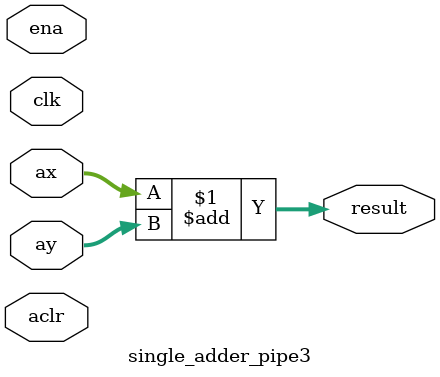
<source format=v>

module single_adder_pipe3 ( 
input aclr ,  
input [31:0] ax ,  
input [31:0] ay ,  
input        clk ,  
input        ena ,  
output  [31:0] result
);

assign result = ax + ay;
endmodule


</source>
